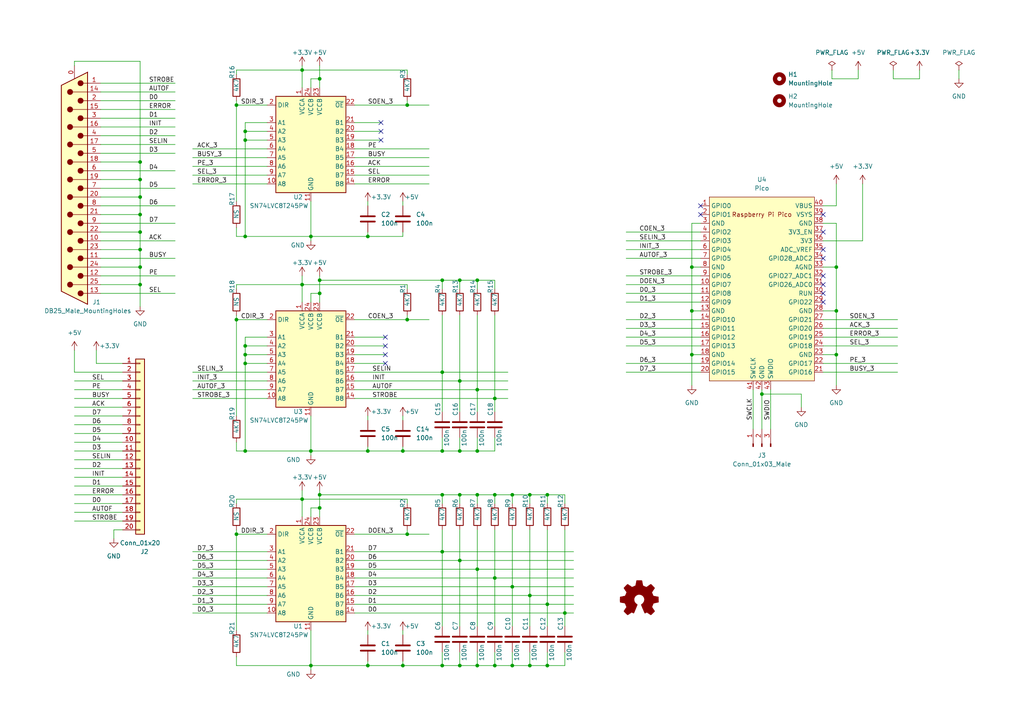
<source format=kicad_sch>
(kicad_sch (version 20211123) (generator eeschema)
  (paper "A4")
  (junction (at 92.71 147.32))
  (junction (at 128.27 193.04))
  (junction (at 116.84 130.81))
  (junction (at 242.57 102.87))
  (junction (at 106.68 130.81))
  (junction (at 158.75 193.04))
  (junction (at 200.66 77.47))
  (junction (at 133.35 162.56))
  (junction (at 143.51 143.51))
  (junction (at 163.83 177.8))
  (junction (at 133.35 110.49))
  (junction (at 153.67 143.51))
  (junction (at 138.43 113.03))
  (junction (at 71.12 105.41))
  (junction (at 106.68 193.04))
  (junction (at 87.63 20.32))
  (junction (at 68.58 30.48))
  (junction (at 133.35 130.81))
  (junction (at 92.71 22.86))
  (junction (at 68.58 154.94))
  (junction (at 90.17 130.81))
  (junction (at 133.35 81.28))
  (junction (at 220.98 114.3))
  (junction (at 40.64 46.99))
  (junction (at 242.57 90.17))
  (junction (at 116.84 193.04))
  (junction (at 90.17 193.04))
  (junction (at 68.58 92.71))
  (junction (at 87.63 144.78))
  (junction (at 138.43 130.81))
  (junction (at 128.27 160.02))
  (junction (at 40.64 82.55))
  (junction (at 71.12 68.58))
  (junction (at 143.51 167.64))
  (junction (at 138.43 165.1))
  (junction (at 138.43 81.28))
  (junction (at 71.12 40.64))
  (junction (at 128.27 81.28))
  (junction (at 158.75 175.26))
  (junction (at 92.71 143.51))
  (junction (at 153.67 172.72))
  (junction (at 128.27 107.95))
  (junction (at 133.35 193.04))
  (junction (at 153.67 193.04))
  (junction (at 71.12 38.1))
  (junction (at 71.12 130.81))
  (junction (at 118.11 154.94))
  (junction (at 40.64 72.39))
  (junction (at 71.12 102.87))
  (junction (at 133.35 143.51))
  (junction (at 242.57 77.47))
  (junction (at 138.43 193.04))
  (junction (at 40.64 77.47))
  (junction (at 87.63 82.55))
  (junction (at 148.59 193.04))
  (junction (at 158.75 143.51))
  (junction (at 200.66 90.17))
  (junction (at 71.12 100.33))
  (junction (at 92.71 81.28))
  (junction (at 138.43 143.51))
  (junction (at 90.17 68.58))
  (junction (at 106.68 68.58))
  (junction (at 128.27 143.51))
  (junction (at 92.71 85.09))
  (junction (at 143.51 193.04))
  (junction (at 40.64 67.31))
  (junction (at 148.59 170.18))
  (junction (at 143.51 115.57))
  (junction (at 118.11 30.48))
  (junction (at 118.11 92.71))
  (junction (at 128.27 130.81))
  (junction (at 40.64 52.07))
  (junction (at 40.64 62.23))
  (junction (at 148.59 143.51))
  (junction (at 40.64 57.15))
  (junction (at 200.66 102.87))
  (no_connect (at 110.49 35.56))
  (no_connect (at 238.76 67.31))
  (no_connect (at 238.76 72.39))
  (no_connect (at 111.76 97.79))
  (no_connect (at 203.2 62.23))
  (no_connect (at 203.2 59.69))
  (no_connect (at 111.76 105.41))
  (no_connect (at 111.76 100.33))
  (no_connect (at 238.76 74.93))
  (no_connect (at 238.76 62.23))
  (no_connect (at 238.76 87.63))
  (no_connect (at 238.76 82.55))
  (no_connect (at 110.49 40.64))
  (no_connect (at 111.76 102.87))
  (no_connect (at 110.49 38.1))
  (no_connect (at 238.76 85.09))
  (no_connect (at 238.76 80.01))
  (wire (pts (xy 158.75 143.51) (xy 163.83 143.51)))
  (wire (pts (xy 102.87 154.94) (xy 118.11 154.94)))
  (wire (pts (xy 102.87 110.49) (xy 133.35 110.49)))
  (wire (pts (xy 29.21 24.13) (xy 50.8 24.13)))
  (wire (pts (xy 55.88 177.8) (xy 77.47 177.8)))
  (wire (pts (xy 153.67 143.51) (xy 153.67 146.05)))
  (wire (pts (xy 128.27 189.23) (xy 128.27 193.04)))
  (wire (pts (xy 138.43 143.51) (xy 138.43 146.05)))
  (wire (pts (xy 55.88 115.57) (xy 77.47 115.57)))
  (wire (pts (xy 102.87 170.18) (xy 148.59 170.18)))
  (wire (pts (xy 238.76 59.69) (xy 242.57 59.69)))
  (wire (pts (xy 87.63 144.78) (xy 87.63 149.86)))
  (wire (pts (xy 153.67 172.72) (xy 166.37 172.72)))
  (wire (pts (xy 242.57 111.76) (xy 242.57 102.87)))
  (wire (pts (xy 133.35 162.56) (xy 166.37 162.56)))
  (wire (pts (xy 40.64 46.99) (xy 40.64 17.78)))
  (wire (pts (xy 102.87 177.8) (xy 163.83 177.8)))
  (wire (pts (xy 138.43 81.28) (xy 138.43 83.82)))
  (wire (pts (xy 55.88 165.1) (xy 77.47 165.1)))
  (wire (pts (xy 143.51 143.51) (xy 143.51 146.05)))
  (wire (pts (xy 29.21 41.91) (xy 50.8 41.91)))
  (wire (pts (xy 158.75 153.67) (xy 158.75 175.26)))
  (wire (pts (xy 128.27 143.51) (xy 133.35 143.51)))
  (wire (pts (xy 133.35 153.67) (xy 133.35 162.56)))
  (wire (pts (xy 138.43 130.81) (xy 143.51 130.81)))
  (wire (pts (xy 133.35 130.81) (xy 138.43 130.81)))
  (wire (pts (xy 29.21 64.77) (xy 50.8 64.77)))
  (wire (pts (xy 29.21 69.85) (xy 50.8 69.85)))
  (wire (pts (xy 133.35 81.28) (xy 138.43 81.28)))
  (wire (pts (xy 241.3 20.32) (xy 241.3 22.86)))
  (wire (pts (xy 21.59 101.6) (xy 21.59 107.95)))
  (wire (pts (xy 133.35 143.51) (xy 138.43 143.51)))
  (wire (pts (xy 90.17 130.81) (xy 71.12 130.81)))
  (wire (pts (xy 102.87 172.72) (xy 153.67 172.72)))
  (wire (pts (xy 55.88 170.18) (xy 77.47 170.18)))
  (wire (pts (xy 92.71 143.51) (xy 128.27 143.51)))
  (wire (pts (xy 238.76 97.79) (xy 260.35 97.79)))
  (wire (pts (xy 200.66 77.47) (xy 200.66 64.77)))
  (wire (pts (xy 238.76 77.47) (xy 242.57 77.47)))
  (wire (pts (xy 163.83 177.8) (xy 163.83 181.61)))
  (wire (pts (xy 128.27 107.95) (xy 147.32 107.95)))
  (wire (pts (xy 40.64 77.47) (xy 40.64 82.55)))
  (wire (pts (xy 68.58 20.32) (xy 87.63 20.32)))
  (wire (pts (xy 55.88 107.95) (xy 77.47 107.95)))
  (wire (pts (xy 158.75 189.23) (xy 158.75 193.04)))
  (wire (pts (xy 153.67 143.51) (xy 158.75 143.51)))
  (wire (pts (xy 181.61 72.39) (xy 203.2 72.39)))
  (wire (pts (xy 102.87 97.79) (xy 111.76 97.79)))
  (wire (pts (xy 128.27 143.51) (xy 128.27 146.05)))
  (wire (pts (xy 128.27 153.67) (xy 128.27 160.02)))
  (wire (pts (xy 116.84 193.04) (xy 116.84 191.77)))
  (wire (pts (xy 29.21 44.45) (xy 50.8 44.45)))
  (wire (pts (xy 148.59 143.51) (xy 153.67 143.51)))
  (wire (pts (xy 138.43 143.51) (xy 143.51 143.51)))
  (wire (pts (xy 33.02 153.67) (xy 35.56 153.67)))
  (wire (pts (xy 102.87 30.48) (xy 118.11 30.48)))
  (wire (pts (xy 68.58 92.71) (xy 77.47 92.71)))
  (wire (pts (xy 116.84 68.58) (xy 116.84 67.31)))
  (wire (pts (xy 29.21 72.39) (xy 40.64 72.39)))
  (wire (pts (xy 87.63 19.05) (xy 87.63 20.32)))
  (wire (pts (xy 55.88 160.02) (xy 77.47 160.02)))
  (wire (pts (xy 133.35 110.49) (xy 147.32 110.49)))
  (wire (pts (xy 238.76 92.71) (xy 260.35 92.71)))
  (wire (pts (xy 200.66 90.17) (xy 203.2 90.17)))
  (wire (pts (xy 181.61 105.41) (xy 203.2 105.41)))
  (wire (pts (xy 92.71 80.01) (xy 92.71 81.28)))
  (wire (pts (xy 29.21 26.67) (xy 50.8 26.67)))
  (wire (pts (xy 92.71 142.24) (xy 92.71 143.51)))
  (wire (pts (xy 90.17 193.04) (xy 90.17 194.31)))
  (wire (pts (xy 68.58 66.04) (xy 68.58 68.58)))
  (wire (pts (xy 29.21 52.07) (xy 40.64 52.07)))
  (wire (pts (xy 87.63 82.55) (xy 118.11 82.55)))
  (wire (pts (xy 71.12 102.87) (xy 71.12 105.41)))
  (wire (pts (xy 158.75 193.04) (xy 163.83 193.04)))
  (wire (pts (xy 27.94 105.41) (xy 35.56 105.41)))
  (wire (pts (xy 102.87 113.03) (xy 138.43 113.03)))
  (wire (pts (xy 71.12 100.33) (xy 71.12 102.87)))
  (wire (pts (xy 138.43 165.1) (xy 166.37 165.1)))
  (wire (pts (xy 102.87 167.64) (xy 143.51 167.64)))
  (wire (pts (xy 102.87 115.57) (xy 143.51 115.57)))
  (wire (pts (xy 181.61 92.71) (xy 203.2 92.71)))
  (wire (pts (xy 90.17 130.81) (xy 106.68 130.81)))
  (wire (pts (xy 242.57 102.87) (xy 238.76 102.87)))
  (wire (pts (xy 148.59 170.18) (xy 148.59 181.61)))
  (wire (pts (xy 21.59 118.11) (xy 35.56 118.11)))
  (wire (pts (xy 21.59 140.97) (xy 35.56 140.97)))
  (wire (pts (xy 90.17 130.81) (xy 90.17 132.08)))
  (wire (pts (xy 102.87 100.33) (xy 111.76 100.33)))
  (wire (pts (xy 68.58 91.44) (xy 68.58 92.71)))
  (wire (pts (xy 29.21 31.75) (xy 50.8 31.75)))
  (wire (pts (xy 102.87 40.64) (xy 110.49 40.64)))
  (wire (pts (xy 116.84 193.04) (xy 128.27 193.04)))
  (wire (pts (xy 181.61 74.93) (xy 203.2 74.93)))
  (wire (pts (xy 71.12 100.33) (xy 77.47 100.33)))
  (wire (pts (xy 153.67 193.04) (xy 158.75 193.04)))
  (wire (pts (xy 116.84 130.81) (xy 116.84 129.54)))
  (wire (pts (xy 71.12 35.56) (xy 77.47 35.56)))
  (wire (pts (xy 71.12 38.1) (xy 77.47 38.1)))
  (wire (pts (xy 68.58 30.48) (xy 77.47 30.48)))
  (wire (pts (xy 259.08 20.32) (xy 259.08 22.86)))
  (wire (pts (xy 203.2 102.87) (xy 200.66 102.87)))
  (wire (pts (xy 133.35 91.44) (xy 133.35 110.49)))
  (wire (pts (xy 181.61 97.79) (xy 203.2 97.79)))
  (wire (pts (xy 68.58 68.58) (xy 71.12 68.58)))
  (wire (pts (xy 133.35 143.51) (xy 133.35 146.05)))
  (wire (pts (xy 29.21 39.37) (xy 50.8 39.37)))
  (wire (pts (xy 71.12 105.41) (xy 77.47 105.41)))
  (wire (pts (xy 92.71 147.32) (xy 92.71 149.86)))
  (wire (pts (xy 55.88 175.26) (xy 77.47 175.26)))
  (wire (pts (xy 220.98 114.3) (xy 232.41 114.3)))
  (wire (pts (xy 55.88 110.49) (xy 77.47 110.49)))
  (wire (pts (xy 87.63 144.78) (xy 118.11 144.78)))
  (wire (pts (xy 181.61 87.63) (xy 203.2 87.63)))
  (wire (pts (xy 106.68 193.04) (xy 116.84 193.04)))
  (wire (pts (xy 143.51 153.67) (xy 143.51 167.64)))
  (wire (pts (xy 181.61 100.33) (xy 203.2 100.33)))
  (wire (pts (xy 29.21 36.83) (xy 50.8 36.83)))
  (wire (pts (xy 106.68 68.58) (xy 116.84 68.58)))
  (wire (pts (xy 143.51 189.23) (xy 143.51 193.04)))
  (wire (pts (xy 21.59 130.81) (xy 35.56 130.81)))
  (wire (pts (xy 90.17 58.42) (xy 90.17 68.58)))
  (wire (pts (xy 242.57 77.47) (xy 242.57 90.17)))
  (wire (pts (xy 102.87 53.34) (xy 124.46 53.34)))
  (wire (pts (xy 92.71 81.28) (xy 128.27 81.28)))
  (wire (pts (xy 181.61 107.95) (xy 203.2 107.95)))
  (wire (pts (xy 242.57 102.87) (xy 242.57 90.17)))
  (wire (pts (xy 71.12 68.58) (xy 71.12 40.64)))
  (wire (pts (xy 181.61 69.85) (xy 203.2 69.85)))
  (wire (pts (xy 158.75 175.26) (xy 158.75 181.61)))
  (wire (pts (xy 40.64 17.78) (xy 21.59 17.78)))
  (wire (pts (xy 128.27 160.02) (xy 128.27 181.61)))
  (wire (pts (xy 90.17 22.86) (xy 90.17 25.4)))
  (wire (pts (xy 102.87 45.72) (xy 124.46 45.72)))
  (wire (pts (xy 133.35 162.56) (xy 133.35 181.61)))
  (wire (pts (xy 118.11 154.94) (xy 124.46 154.94)))
  (wire (pts (xy 71.12 38.1) (xy 71.12 40.64)))
  (wire (pts (xy 148.59 153.67) (xy 148.59 170.18)))
  (wire (pts (xy 106.68 182.88) (xy 106.68 184.15)))
  (wire (pts (xy 40.64 72.39) (xy 40.64 77.47)))
  (wire (pts (xy 29.21 49.53) (xy 50.8 49.53)))
  (wire (pts (xy 238.76 100.33) (xy 260.35 100.33)))
  (wire (pts (xy 55.88 43.18) (xy 77.47 43.18)))
  (wire (pts (xy 21.59 138.43) (xy 35.56 138.43)))
  (wire (pts (xy 68.58 154.94) (xy 68.58 182.88)))
  (wire (pts (xy 21.59 133.35) (xy 35.56 133.35)))
  (wire (pts (xy 55.88 113.03) (xy 77.47 113.03)))
  (wire (pts (xy 68.58 30.48) (xy 68.58 58.42)))
  (wire (pts (xy 200.66 64.77) (xy 203.2 64.77)))
  (wire (pts (xy 128.27 127) (xy 128.27 130.81)))
  (wire (pts (xy 116.84 182.88) (xy 116.84 184.15)))
  (wire (pts (xy 102.87 165.1) (xy 138.43 165.1)))
  (wire (pts (xy 102.87 102.87) (xy 111.76 102.87)))
  (wire (pts (xy 29.21 74.93) (xy 50.8 74.93)))
  (wire (pts (xy 68.58 130.81) (xy 71.12 130.81)))
  (wire (pts (xy 200.66 102.87) (xy 200.66 111.76)))
  (wire (pts (xy 106.68 68.58) (xy 106.68 67.31)))
  (wire (pts (xy 106.68 120.65) (xy 106.68 121.92)))
  (wire (pts (xy 71.12 97.79) (xy 77.47 97.79)))
  (wire (pts (xy 55.88 48.26) (xy 77.47 48.26)))
  (wire (pts (xy 29.21 80.01) (xy 50.8 80.01)))
  (wire (pts (xy 102.87 175.26) (xy 158.75 175.26)))
  (wire (pts (xy 181.61 82.55) (xy 203.2 82.55)))
  (wire (pts (xy 118.11 91.44) (xy 118.11 92.71)))
  (wire (pts (xy 68.58 21.59) (xy 68.58 20.32)))
  (wire (pts (xy 133.35 119.38) (xy 133.35 110.49)))
  (wire (pts (xy 128.27 130.81) (xy 133.35 130.81)))
  (wire (pts (xy 143.51 91.44) (xy 143.51 115.57)))
  (wire (pts (xy 68.58 82.55) (xy 87.63 82.55)))
  (wire (pts (xy 116.84 58.42) (xy 116.84 59.69)))
  (wire (pts (xy 102.87 50.8) (xy 124.46 50.8)))
  (wire (pts (xy 138.43 193.04) (xy 143.51 193.04)))
  (wire (pts (xy 90.17 147.32) (xy 90.17 149.86)))
  (wire (pts (xy 242.57 90.17) (xy 238.76 90.17)))
  (wire (pts (xy 55.88 53.34) (xy 77.47 53.34)))
  (wire (pts (xy 118.11 92.71) (xy 124.46 92.71)))
  (wire (pts (xy 21.59 143.51) (xy 35.56 143.51)))
  (wire (pts (xy 238.76 105.41) (xy 260.35 105.41)))
  (wire (pts (xy 143.51 143.51) (xy 148.59 143.51)))
  (wire (pts (xy 238.76 69.85) (xy 250.19 69.85)))
  (wire (pts (xy 102.87 48.26) (xy 124.46 48.26)))
  (wire (pts (xy 40.64 46.99) (xy 40.64 52.07)))
  (wire (pts (xy 148.59 170.18) (xy 166.37 170.18)))
  (wire (pts (xy 87.63 20.32) (xy 87.63 25.4)))
  (wire (pts (xy 163.83 153.67) (xy 163.83 177.8)))
  (wire (pts (xy 278.13 20.32) (xy 278.13 22.86)))
  (wire (pts (xy 68.58 153.67) (xy 68.58 154.94)))
  (wire (pts (xy 200.66 77.47) (xy 203.2 77.47)))
  (wire (pts (xy 21.59 120.65) (xy 35.56 120.65)))
  (wire (pts (xy 29.21 34.29) (xy 50.8 34.29)))
  (wire (pts (xy 68.58 144.78) (xy 68.58 146.05)))
  (wire (pts (xy 242.57 64.77) (xy 242.57 77.47)))
  (wire (pts (xy 250.19 53.34) (xy 250.19 69.85)))
  (wire (pts (xy 143.51 81.28) (xy 143.51 83.82)))
  (wire (pts (xy 238.76 95.25) (xy 260.35 95.25)))
  (wire (pts (xy 71.12 105.41) (xy 71.12 130.81)))
  (wire (pts (xy 223.52 113.03) (xy 223.52 124.46)))
  (wire (pts (xy 106.68 58.42) (xy 106.68 59.69)))
  (wire (pts (xy 92.71 22.86) (xy 92.71 25.4)))
  (wire (pts (xy 128.27 193.04) (xy 133.35 193.04)))
  (wire (pts (xy 181.61 85.09) (xy 203.2 85.09)))
  (wire (pts (xy 21.59 135.89) (xy 35.56 135.89)))
  (wire (pts (xy 29.21 57.15) (xy 40.64 57.15)))
  (wire (pts (xy 27.94 101.6) (xy 27.94 105.41)))
  (wire (pts (xy 55.88 172.72) (xy 77.47 172.72)))
  (wire (pts (xy 71.12 97.79) (xy 71.12 100.33)))
  (wire (pts (xy 143.51 167.64) (xy 166.37 167.64)))
  (wire (pts (xy 143.51 127) (xy 143.51 130.81)))
  (wire (pts (xy 143.51 115.57) (xy 143.51 119.38)))
  (wire (pts (xy 55.88 50.8) (xy 77.47 50.8)))
  (wire (pts (xy 242.57 53.34) (xy 242.57 59.69)))
  (wire (pts (xy 92.71 22.86) (xy 90.17 22.86)))
  (wire (pts (xy 118.11 82.55) (xy 118.11 83.82)))
  (wire (pts (xy 118.11 29.21) (xy 118.11 30.48)))
  (wire (pts (xy 163.83 143.51) (xy 163.83 146.05)))
  (wire (pts (xy 128.27 107.95) (xy 128.27 119.38)))
  (wire (pts (xy 143.51 167.64) (xy 143.51 181.61)))
  (wire (pts (xy 143.51 193.04) (xy 148.59 193.04)))
  (wire (pts (xy 138.43 189.23) (xy 138.43 193.04)))
  (wire (pts (xy 133.35 127) (xy 133.35 130.81)))
  (wire (pts (xy 90.17 182.88) (xy 90.17 193.04)))
  (wire (pts (xy 21.59 146.05) (xy 35.56 146.05)))
  (wire (pts (xy 29.21 67.31) (xy 40.64 67.31)))
  (wire (pts (xy 68.58 128.27) (xy 68.58 130.81)))
  (wire (pts (xy 29.21 54.61) (xy 50.8 54.61)))
  (wire (pts (xy 259.08 22.86) (xy 266.7 22.86)))
  (wire (pts (xy 163.83 177.8) (xy 166.37 177.8)))
  (wire (pts (xy 21.59 107.95) (xy 35.56 107.95)))
  (wire (pts (xy 87.63 82.55) (xy 87.63 87.63)))
  (wire (pts (xy 40.64 62.23) (xy 40.64 67.31)))
  (wire (pts (xy 116.84 130.81) (xy 128.27 130.81)))
  (wire (pts (xy 21.59 123.19) (xy 35.56 123.19)))
  (wire (pts (xy 102.87 92.71) (xy 118.11 92.71)))
  (wire (pts (xy 106.68 130.81) (xy 106.68 129.54)))
  (wire (pts (xy 55.88 167.64) (xy 77.47 167.64)))
  (wire (pts (xy 40.64 57.15) (xy 40.64 62.23)))
  (wire (pts (xy 68.58 154.94) (xy 77.47 154.94)))
  (wire (pts (xy 21.59 115.57) (xy 35.56 115.57)))
  (wire (pts (xy 68.58 92.71) (xy 68.58 120.65)))
  (wire (pts (xy 40.64 52.07) (xy 40.64 57.15)))
  (wire (pts (xy 87.63 144.78) (xy 68.58 144.78)))
  (wire (pts (xy 133.35 193.04) (xy 138.43 193.04)))
  (wire (pts (xy 143.51 115.57) (xy 147.32 115.57)))
  (wire (pts (xy 92.71 147.32) (xy 90.17 147.32)))
  (wire (pts (xy 21.59 128.27) (xy 35.56 128.27)))
  (wire (pts (xy 138.43 113.03) (xy 138.43 119.38)))
  (wire (pts (xy 68.58 193.04) (xy 90.17 193.04)))
  (wire (pts (xy 138.43 91.44) (xy 138.43 113.03)))
  (wire (pts (xy 92.71 19.05) (xy 92.71 22.86)))
  (wire (pts (xy 71.12 35.56) (xy 71.12 38.1)))
  (wire (pts (xy 90.17 120.65) (xy 90.17 130.81)))
  (wire (pts (xy 153.67 189.23) (xy 153.67 193.04)))
  (wire (pts (xy 102.87 43.18) (xy 124.46 43.18)))
  (wire (pts (xy 148.59 193.04) (xy 153.67 193.04)))
  (wire (pts (xy 181.61 95.25) (xy 203.2 95.25)))
  (wire (pts (xy 138.43 165.1) (xy 138.43 181.61)))
  (wire (pts (xy 40.64 82.55) (xy 40.64 88.9)))
  (wire (pts (xy 158.75 175.26) (xy 166.37 175.26)))
  (wire (pts (xy 102.87 162.56) (xy 133.35 162.56)))
  (wire (pts (xy 128.27 91.44) (xy 128.27 107.95)))
  (wire (pts (xy 118.11 21.59) (xy 118.11 20.32)))
  (wire (pts (xy 138.43 113.03) (xy 147.32 113.03)))
  (wire (pts (xy 21.59 113.03) (xy 35.56 113.03)))
  (wire (pts (xy 29.21 46.99) (xy 40.64 46.99)))
  (wire (pts (xy 29.21 85.09) (xy 50.8 85.09)))
  (wire (pts (xy 102.87 105.41) (xy 111.76 105.41)))
  (wire (pts (xy 153.67 153.67) (xy 153.67 172.72)))
  (wire (pts (xy 266.7 22.86) (xy 266.7 20.32)))
  (wire (pts (xy 133.35 81.28) (xy 133.35 83.82)))
  (wire (pts (xy 158.75 143.51) (xy 158.75 146.05)))
  (wire (pts (xy 29.21 62.23) (xy 40.64 62.23)))
  (wire (pts (xy 133.35 189.23) (xy 133.35 193.04)))
  (wire (pts (xy 68.58 82.55) (xy 68.58 83.82)))
  (wire (pts (xy 116.84 120.65) (xy 116.84 121.92)))
  (wire (pts (xy 218.44 113.03) (xy 218.44 124.46)))
  (wire (pts (xy 153.67 181.61) (xy 153.67 172.72)))
  (wire (pts (xy 29.21 29.21) (xy 50.8 29.21)))
  (wire (pts (xy 29.21 82.55) (xy 40.64 82.55)))
  (wire (pts (xy 21.59 148.59) (xy 35.56 148.59)))
  (wire (pts (xy 118.11 144.78) (xy 118.11 146.05)))
  (wire (pts (xy 220.98 114.3) (xy 220.98 124.46)))
  (wire (pts (xy 138.43 127) (xy 138.43 130.81)))
  (wire (pts (xy 87.63 80.01) (xy 87.63 82.55)))
  (wire (pts (xy 68.58 190.5) (xy 68.58 193.04)))
  (wire (pts (xy 87.63 142.24) (xy 87.63 144.78)))
  (wire (pts (xy 90.17 193.04) (xy 106.68 193.04)))
  (wire (pts (xy 232.41 114.3) (xy 232.41 118.11)))
  (wire (pts (xy 128.27 81.28) (xy 128.27 83.82)))
  (wire (pts (xy 106.68 193.04) (xy 106.68 191.77)))
  (wire (pts (xy 128.27 160.02) (xy 166.37 160.02)))
  (wire (pts (xy 55.88 162.56) (xy 77.47 162.56)))
  (wire (pts (xy 21.59 17.78) (xy 21.59 19.05)))
  (wire (pts (xy 55.88 45.72) (xy 77.47 45.72)))
  (wire (pts (xy 118.11 153.67) (xy 118.11 154.94)))
  (wire (pts (xy 138.43 81.28) (xy 143.51 81.28)))
  (wire (pts (xy 92.71 85.09) (xy 90.17 85.09)))
  (wire (pts (xy 92.71 143.51) (xy 92.71 147.32)))
  (wire (pts (xy 90.17 85.09) (xy 90.17 87.63)))
  (wire (pts (xy 29.21 77.47) (xy 40.64 77.47)))
  (wire (pts (xy 220.98 113.03) (xy 220.98 114.3)))
  (wire (pts (xy 181.61 67.31) (xy 203.2 67.31)))
  (wire (pts (xy 102.87 38.1) (xy 110.49 38.1)))
  (wire (pts (xy 118.11 30.48) (xy 124.46 30.48)))
  (wire (pts (xy 148.59 189.23) (xy 148.59 193.04)))
  (wire (pts (xy 138.43 153.67) (xy 138.43 165.1)))
  (wire (pts (xy 33.02 153.67) (xy 33.02 156.21)))
  (wire (pts (xy 200.66 102.87) (xy 200.66 90.17)))
  (wire (pts (xy 21.59 110.49) (xy 35.56 110.49)))
  (wire (pts (xy 128.27 81.28) (xy 133.35 81.28)))
  (wire (pts (xy 102.87 35.56) (xy 110.49 35.56)))
  (wire (pts (xy 148.59 143.51) (xy 148.59 146.05)))
  (wire (pts (xy 71.12 102.87) (xy 77.47 102.87)))
  (wire (pts (xy 238.76 107.95) (xy 260.35 107.95)))
  (wire (pts (xy 90.17 68.58) (xy 106.68 68.58)))
  (wire (pts (xy 238.76 64.77) (xy 242.57 64.77)))
  (wire (pts (xy 92.71 85.09) (xy 92.71 87.63)))
  (wire (pts (xy 87.63 20.32) (xy 118.11 20.32)))
  (wire (pts (xy 21.59 151.13) (xy 35.56 151.13)))
  (wire (pts (xy 92.71 81.28) (xy 92.71 85.09)))
  (wire (pts (xy 21.59 125.73) (xy 35.56 125.73)))
  (wire (pts (xy 68.58 29.21) (xy 68.58 30.48)))
  (wire (pts (xy 181.61 80.01) (xy 203.2 80.01)))
  (wire (pts (xy 90.17 68.58) (xy 90.17 69.85)))
  (wire (pts (xy 102.87 107.95) (xy 128.27 107.95)))
  (wire (pts (xy 248.92 22.86) (xy 248.92 20.32)))
  (wire (pts (xy 29.21 59.69) (xy 50.8 59.69)))
  (wire (pts (xy 90.17 68.58) (xy 71.12 68.58)))
  (wire (pts (xy 71.12 40.64) (xy 77.47 40.64)))
  (wire (pts (xy 163.83 193.04) (xy 163.83 189.23)))
  (wire (pts (xy 241.3 22.86) (xy 248.92 22.86)))
  (wire (pts (xy 106.68 130.81) (xy 116.84 130.81)))
  (wire (pts (xy 200.66 90.17) (xy 200.66 77.47)))
  (wire (pts (xy 40.64 67.31) (xy 40.64 72.39)))
  (wire (pts (xy 102.87 160.02) (xy 128.27 160.02)))
  (label "BUSY_3" (at 57.15 45.72 0))
  (label "COEN_3" (at 106.68 92.71 0))
  (label "STROBE" (at 26.67 151.13 0))
  (label "STROBE_3" (at 185.42 80.01 0))
  (label "D7" (at 26.67 120.65 0))
  (label "SELIN_3" (at 57.15 107.95 0))
  (label "SEL" (at 26.67 110.49 0))
  (label "BUSY" (at 106.68 45.72 0))
  (label "AUTOF" (at 43.18 26.67 0))
  (label "D5_3" (at 57.15 165.1 0))
  (label "D2" (at 26.67 135.89 0))
  (label "D3" (at 106.68 170.18 0))
  (label "D7_3" (at 57.15 160.02 0))
  (label "PE_3" (at 57.15 48.26 0))
  (label "D5_3" (at 185.42 100.33 0))
  (label "ERROR_3" (at 246.38 97.79 0))
  (label "INIT" (at 26.67 138.43 0))
  (label "STROBE_3" (at 57.15 115.57 0))
  (label "AUTOF_3" (at 185.42 74.93 0))
  (label "AUTOF" (at 26.67 148.59 0))
  (label "D1" (at 26.67 140.97 0))
  (label "D0" (at 26.67 146.05 0))
  (label "D3_3" (at 185.42 95.25 0))
  (label "D2" (at 106.68 172.72 0))
  (label "D4_3" (at 185.42 97.79 0))
  (label "SEL_3" (at 246.38 100.33 0))
  (label "BUSY_3" (at 246.38 107.95 0))
  (label "DOEN_3" (at 106.68 154.94 0))
  (label "SEL" (at 43.18 85.09 0))
  (label "SELIN" (at 43.18 41.91 0))
  (label "D1_3" (at 57.15 175.26 0))
  (label "D4" (at 106.68 167.64 0))
  (label "D7" (at 43.1881 64.77 0))
  (label "STROBE" (at 107.95 115.57 0))
  (label "D1_3" (at 185.42 87.63 0))
  (label "INIT" (at 43.18 36.83 0))
  (label "COEN_3" (at 185.42 67.31 0))
  (label "SDIR_3" (at 69.85 30.48 0))
  (label "D3_3" (at 57.15 170.18 0))
  (label "SELIN" (at 26.67 133.35 0))
  (label "D6_3" (at 57.15 162.56 0))
  (label "D3" (at 26.67 130.81 0))
  (label "D0_3" (at 57.15 177.8 0))
  (label "STROBE" (at 43.18 24.13 0))
  (label "D6_3" (at 185.42 105.41 0))
  (label "DOEN_3" (at 185.42 82.55 0))
  (label "ERROR" (at 106.68 53.34 0))
  (label "ERROR" (at 26.67 143.51 0))
  (label "ERROR" (at 43.18 31.75 0))
  (label "D0" (at 43.18 29.21 0))
  (label "PE_3" (at 246.38 105.41 0))
  (label "CDIR_3" (at 69.85 92.71 0))
  (label "D7" (at 106.68 160.02 0))
  (label "D4" (at 26.67 128.27 0))
  (label "D5" (at 26.67 125.73 0))
  (label "BUSY" (at 43.18 74.93 0))
  (label "D4_3" (at 57.15 167.64 0))
  (label "AUTOF" (at 107.95 113.03 0))
  (label "INIT" (at 107.95 110.49 0))
  (label "D5" (at 106.68 165.1 0))
  (label "ACK" (at 43.18 69.85 0))
  (label "INIT_3" (at 57.15 110.49 0))
  (label "D6" (at 26.67 123.19 0))
  (label "PE" (at 106.68 43.18 0))
  (label "SEL" (at 106.68 50.8 0))
  (label "INIT_3" (at 185.42 72.39 0))
  (label "D2" (at 43.18 39.37 0))
  (label "SWCLK" (at 218.44 121.92 90))
  (label "SEL_3" (at 57.15 50.8 0))
  (label "PE" (at 26.67 113.03 0))
  (label "D0" (at 106.68 177.8 0))
  (label "D7_3" (at 185.42 107.95 0))
  (label "ACK_3" (at 246.38 95.25 0))
  (label "DDIR_3" (at 69.85 154.94 0))
  (label "ACK_3" (at 57.15 43.18 0))
  (label "D1" (at 106.68 175.26 0))
  (label "D3" (at 43.18 44.45 0))
  (label "D4" (at 43.18 49.53 0))
  (label "PE" (at 43.18 80.01 0))
  (label "AUTOF_3" (at 57.15 113.03 0))
  (label "SELIN" (at 107.95 107.95 0))
  (label "SOEN_3" (at 246.38 92.71 0))
  (label "ACK" (at 26.67 118.11 0))
  (label "SWDIO" (at 223.52 121.92 90))
  (label "BUSY" (at 26.67 115.57 0))
  (label "ERROR_3" (at 57.15 53.34 0))
  (label "D2_3" (at 57.15 172.72 0))
  (label "SELIN_3" (at 185.42 69.85 0))
  (label "D5" (at 43.18 54.61 0))
  (label "SOEN_3" (at 106.68 30.48 0))
  (label "D0_3" (at 185.42 85.09 0))
  (label "D2_3" (at 185.42 92.71 0))
  (label "D6" (at 106.68 162.56 0))
  (label "ACK" (at 106.68 48.26 0))
  (label "D1" (at 43.18 34.29 0))
  (label "D6" (at 43.18 59.69 0))
  (symbol (lib_id "power:+5V") (at 116.84 182.88 0) (unit 1)
    (property "Reference" "#PWR0112" (effects hide))
    (property "Value" "+5V" (at 119.38 181.61 0))
  )
  (symbol (lib_id "sn74lvc8t245:SN74LVC8T245PW") (at 90.17 102.87 0) (unit 1)
    (property "Reference" "U3" (at 85.09 119.38 0) (effects (justify left)))
    (property "Value" "SN74LVC8T245PW" (at 72.39 121.92 0) (effects (justify left)))
    (property "Footprint" "Package_SO:TSSOP-24_4.4x7.8mm_P0.65mm" (effects hide))
    (property "Datasheet" "https://www.ti.com/lit/ds/sces584c/sces584c.pdf" (effects hide))
  )
  (symbol (lib_id "Device:C") (at 158.75 185.42 0) (unit 1)
    (property "Reference" "C12" (at 157.48 182.88 90) (effects (justify left)))
    (property "Value" "100n" (at 160.02 191.77 90) (effects (justify left)))
    (property "Footprint" "Capacitor_SMD:C_0603_1608Metric_Pad1.08x0.95mm_HandSolder" (effects hide))
  )
  (symbol (lib_id "Device:R") (at 163.83 149.86 0) (unit 1)
    (property "Reference" "R12" (at 162.56 147.32 90) (effects (justify left)))
    (property "Value" "4K7" (at 163.83 151.13 90) (effects (justify left)))
    (property "Footprint" "Resistor_SMD:R_0603_1608Metric_Pad0.98x0.95mm_HandSolder" (effects hide))
  )
  (symbol (lib_id "Device:R") (at 128.27 87.63 0) (unit 1)
    (property "Reference" "R4" (at 127 85.09 90) (effects (justify left)))
    (property "Value" "4K7" (at 128.27 88.9 90) (effects (justify left)))
    (property "Footprint" "Resistor_SMD:R_0603_1608Metric_Pad0.98x0.95mm_HandSolder" (effects hide))
  )
  (symbol (lib_id "Device:R") (at 68.58 149.86 0) (unit 1)
    (property "Reference" "R20" (at 67.31 147.32 90) (effects (justify left)))
    (property "Value" "NS" (at 68.58 151.13 90) (effects (justify left)))
    (property "Footprint" "Resistor_SMD:R_0603_1608Metric_Pad0.98x0.95mm_HandSolder" (effects hide))
  )
  (symbol (lib_id "Device:R") (at 138.43 87.63 0) (unit 1)
    (property "Reference" "R14" (at 137.16 85.09 90) (effects (justify left)))
    (property "Value" "4K7" (at 138.43 88.9 90) (effects (justify left)))
    (property "Footprint" "Resistor_SMD:R_0603_1608Metric_Pad0.98x0.95mm_HandSolder" (effects hide))
  )
  (symbol (lib_id "power:GND") (at 90.17 132.08 0) (unit 1)
    (property "Reference" "#PWR0102" (effects hide))
    (property "Value" "GND" (at 85.09 133.35 0))
  )
  (symbol (lib_id "power:GND") (at 278.13 22.86 0) (unit 1)
    (property "Reference" "#PWR0126" (effects hide))
    (property "Value" "GND" (at 278.13 27.94 0))
  )
  (symbol (lib_id "Device:R") (at 133.35 149.86 0) (unit 1)
    (property "Reference" "R6" (at 132.08 147.32 90) (effects (justify left)))
    (property "Value" "4K7" (at 133.35 151.13 90) (effects (justify left)))
    (property "Footprint" "Resistor_SMD:R_0603_1608Metric_Pad0.98x0.95mm_HandSolder" (effects hide))
  )
  (symbol (lib_id "Device:C") (at 106.68 125.73 0) (unit 1)
    (property "Reference" "C5" (at 110.49 124.4599 0) (effects (justify left)))
    (property "Value" "100n" (at 110.49 126.9999 0) (effects (justify left)))
    (property "Footprint" "Capacitor_SMD:C_0603_1608Metric_Pad1.08x0.95mm_HandSolder" (effects hide))
  )
  (symbol (lib_id "Device:R") (at 143.51 149.86 0) (unit 1)
    (property "Reference" "R8" (at 142.24 147.32 90) (effects (justify left)))
    (property "Value" "4K7" (at 143.51 151.13 90) (effects (justify left)))
    (property "Footprint" "Resistor_SMD:R_0603_1608Metric_Pad0.98x0.95mm_HandSolder" (effects hide))
  )
  (symbol (lib_id "power:+5V") (at 92.71 142.24 0) (unit 1)
    (property "Reference" "#PWR0105" (effects hide))
    (property "Value" "+5V" (at 92.71 138.43 0))
  )
  (symbol (lib_id "power:PWR_FLAG") (at 278.13 20.32 0) (unit 1)
    (property "Reference" "#FLG0103" (effects hide))
    (property "Value" "PWR_FLAG" (at 278.13 15.24 0))
  )
  (symbol (lib_id "Device:C") (at 133.35 185.42 0) (unit 1)
    (property "Reference" "C7" (at 132.08 182.88 90) (effects (justify left)))
    (property "Value" "100n" (at 134.62 191.77 90) (effects (justify left)))
    (property "Footprint" "Capacitor_SMD:C_0603_1608Metric_Pad1.08x0.95mm_HandSolder" (effects hide))
  )
  (symbol (lib_id "Device:C") (at 143.51 123.19 0) (unit 1)
    (property "Reference" "C18" (at 142.24 120.65 90) (effects (justify left)))
    (property "Value" "100n" (at 144.78 129.54 90) (effects (justify left)))
    (property "Footprint" "Capacitor_SMD:C_0603_1608Metric_Pad1.08x0.95mm_HandSolder" (effects hide))
  )
  (symbol (lib_id "Device:R") (at 68.58 186.69 0) (unit 1)
    (property "Reference" "R21" (at 67.31 184.15 90) (effects (justify left)))
    (property "Value" "4K7" (at 68.58 187.96 90) (effects (justify left)))
    (property "Footprint" "Resistor_SMD:R_0603_1608Metric_Pad0.98x0.95mm_HandSolder" (effects hide))
  )
  (symbol (lib_id "Device:R") (at 133.35 87.63 0) (unit 1)
    (property "Reference" "R13" (at 132.08 85.09 90) (effects (justify left)))
    (property "Value" "4K7" (at 133.35 88.9 90) (effects (justify left)))
    (property "Footprint" "Resistor_SMD:R_0603_1608Metric_Pad0.98x0.95mm_HandSolder" (effects hide))
  )
  (symbol (lib_id "power:+5V") (at 21.59 101.6 0) (unit 1)
    (property "Reference" "#PWR0111" (effects hide))
    (property "Value" "+5V" (at 21.59 96.52 0))
  )
  (symbol (lib_id "Device:C") (at 153.67 185.42 0) (unit 1)
    (property "Reference" "C11" (at 152.4 182.88 90) (effects (justify left)))
    (property "Value" "100n" (at 154.94 191.77 90) (effects (justify left)))
    (property "Footprint" "Capacitor_SMD:C_0603_1608Metric_Pad1.08x0.95mm_HandSolder" (effects hide))
  )
  (symbol (lib_id "power:+5V") (at 92.71 19.05 0) (unit 1)
    (property "Reference" "#PWR0108" (effects hide))
    (property "Value" "+5V" (at 92.71 15.24 0))
  )
  (symbol (lib_id "Mechanical:MountingHole") (at 226.06 22.86 0) (unit 1)
    (property "Reference" "H1" (at 228.6 21.5899 0) (effects (justify left)))
    (property "Value" "MountingHole" (at 228.6 24.1299 0) (effects (justify left)))
    (property "Footprint" "MountingHole:MountingHole_2.7mm_M2.5" (effects hide))
  )
  (symbol (lib_id "power:+3.3V") (at 266.7 20.32 0) (unit 1)
    (property "Reference" "#PWR0125" (effects hide))
    (property "Value" "+3.3V" (at 266.7 15.24 0))
  )
  (symbol (lib_id "power:+5V") (at 242.57 53.34 0) (unit 1)
    (property "Reference" "#PWR0119" (effects hide))
    (property "Value" "+5V" (at 242.57 48.26 0))
  )
  (symbol (lib_id "Device:R") (at 128.27 149.86 0) (unit 1)
    (property "Reference" "R5" (at 127 147.32 90) (effects (justify left)))
    (property "Value" "4K7" (at 128.27 151.13 90) (effects (justify left)))
    (property "Footprint" "Resistor_SMD:R_0603_1608Metric_Pad0.98x0.95mm_HandSolder" (effects hide))
  )
  (symbol (lib_id "Device:R") (at 158.75 149.86 0) (unit 1)
    (property "Reference" "R11" (at 157.48 147.32 90) (effects (justify left)))
    (property "Value" "4K7" (at 158.75 151.13 90) (effects (justify left)))
    (property "Footprint" "Resistor_SMD:R_0603_1608Metric_Pad0.98x0.95mm_HandSolder" (effects hide))
  )
  (symbol (lib_id "Device:R") (at 118.11 87.63 0) (unit 1)
    (property "Reference" "R1" (at 116.84 85.09 90) (effects (justify left)))
    (property "Value" "4K7" (at 118.11 88.9 90) (effects (justify left)))
    (property "Footprint" "Resistor_SMD:R_0603_1608Metric_Pad0.98x0.95mm_HandSolder" (effects hide))
  )
  (symbol (lib_id "Device:R") (at 138.43 149.86 0) (unit 1)
    (property "Reference" "R7" (at 137.16 147.32 90) (effects (justify left)))
    (property "Value" "4K7" (at 138.43 151.13 90) (effects (justify left)))
    (property "Footprint" "Resistor_SMD:R_0603_1608Metric_Pad0.98x0.95mm_HandSolder" (effects hide))
  )
  (symbol (lib_id "Device:C") (at 116.84 125.73 0) (unit 1)
    (property "Reference" "C14" (at 120.65 124.4599 0) (effects (justify left)))
    (property "Value" "100n" (at 120.65 126.9999 0) (effects (justify left)))
    (property "Footprint" "Capacitor_SMD:C_0603_1608Metric_Pad1.08x0.95mm_HandSolder" (effects hide))
  )
  (symbol (lib_id "Device:C") (at 148.59 185.42 0) (unit 1)
    (property "Reference" "C10" (at 147.32 182.88 90) (effects (justify left)))
    (property "Value" "100n" (at 149.86 191.77 90) (effects (justify left)))
    (property "Footprint" "Capacitor_SMD:C_0603_1608Metric_Pad1.08x0.95mm_HandSolder" (effects hide))
  )
  (symbol (lib_id "Device:C") (at 133.35 123.19 0) (unit 1)
    (property "Reference" "C16" (at 132.08 120.65 90) (effects (justify left)))
    (property "Value" "100n" (at 134.62 129.54 90) (effects (justify left)))
    (property "Footprint" "Capacitor_SMD:C_0603_1608Metric_Pad1.08x0.95mm_HandSolder" (effects hide))
  )
  (symbol (lib_id "power:GND") (at 90.17 194.31 0) (unit 1)
    (property "Reference" "#PWR0106" (effects hide))
    (property "Value" "GND" (at 85.09 195.58 0))
  )
  (symbol (lib_id "Device:C") (at 116.84 63.5 0) (unit 1)
    (property "Reference" "C4" (at 120.65 62.2299 0) (effects (justify left)))
    (property "Value" "100n" (at 120.65 64.7699 0) (effects (justify left)))
    (property "Footprint" "Capacitor_SMD:C_0603_1608Metric_Pad1.08x0.95mm_HandSolder" (effects hide))
  )
  (symbol (lib_id "Device:C") (at 143.51 185.42 0) (unit 1)
    (property "Reference" "C9" (at 142.24 182.88 90) (effects (justify left)))
    (property "Value" "100n" (at 144.78 191.77 90) (effects (justify left)))
    (property "Footprint" "Capacitor_SMD:C_0603_1608Metric_Pad1.08x0.95mm_HandSolder" (effects hide))
  )
  (symbol (lib_id "Device:C") (at 138.43 123.19 0) (unit 1)
    (property "Reference" "C17" (at 137.16 120.65 90) (effects (justify left)))
    (property "Value" "100n" (at 139.7 129.54 90) (effects (justify left)))
    (property "Footprint" "Capacitor_SMD:C_0603_1608Metric_Pad1.08x0.95mm_HandSolder" (effects hide))
  )
  (symbol (lib_id "Device:C") (at 106.68 63.5 0) (unit 1)
    (property "Reference" "C2" (at 110.49 62.2299 0) (effects (justify left)))
    (property "Value" "100n" (at 110.49 64.7699 0) (effects (justify left)))
    (property "Footprint" "Capacitor_SMD:C_0603_1608Metric_Pad1.08x0.95mm_HandSolder" (effects hide))
  )
  (symbol (lib_id "power:GND") (at 242.57 111.76 0) (unit 1)
    (property "Reference" "#PWR0123" (effects hide))
    (property "Value" "GND" (at 242.57 116.84 0))
  )
  (symbol (lib_id "Device:R") (at 68.58 25.4 0) (unit 1)
    (property "Reference" "R16" (at 67.31 22.86 90) (effects (justify left)))
    (property "Value" "4K7" (at 68.58 26.67 90) (effects (justify left)))
    (property "Footprint" "Resistor_SMD:R_0603_1608Metric_Pad0.98x0.95mm_HandSolder" (effects hide))
  )
  (symbol (lib_id "power:+3.3V") (at 250.19 53.34 0) (unit 1)
    (property "Reference" "#PWR0120" (effects hide))
    (property "Value" "+3.3V" (at 250.19 48.26 0))
  )
  (symbol (lib_id "power:+5V") (at 92.71 80.01 0) (unit 1)
    (property "Reference" "#PWR0127" (effects hide))
    (property "Value" "+5V" (at 92.71 76.2 0))
  )
  (symbol (lib_id "Device:C") (at 106.68 187.96 0) (unit 1)
    (property "Reference" "C1" (at 110.49 186.6899 0) (effects (justify left)))
    (property "Value" "100n" (at 110.49 189.2299 0) (effects (justify left)))
    (property "Footprint" "Capacitor_SMD:C_0603_1608Metric_Pad1.08x0.95mm_HandSolder" (effects hide))
  )
  (symbol (lib_id "power:+3.3V") (at 27.94 101.6 0) (unit 1)
    (property "Reference" "#PWR0110" (effects hide))
    (property "Value" "+3.3V" (at 31.75 100.33 0))
  )
  (symbol (lib_id "power:GND") (at 90.17 69.85 0) (unit 1)
    (property "Reference" "#PWR0109" (effects hide))
    (property "Value" "GND" (at 86.36 71.12 0))
  )
  (symbol (lib_id "power:+3.3V") (at 106.68 120.65 0) (unit 1)
    (property "Reference" "#PWR0116" (effects hide))
    (property "Value" "+3.3V" (at 110.49 119.38 0))
  )
  (symbol (lib_id "Device:R") (at 118.11 149.86 0) (unit 1)
    (property "Reference" "R2" (at 116.84 147.32 90) (effects (justify left)))
    (property "Value" "4K7" (at 118.11 151.13 90) (effects (justify left)))
    (property "Footprint" "Resistor_SMD:R_0603_1608Metric_Pad0.98x0.95mm_HandSolder" (effects hide))
  )
  (symbol (lib_id "Device:R") (at 68.58 87.63 0) (unit 1)
    (property "Reference" "R18" (at 67.31 85.09 90) (effects (justify left)))
    (property "Value" "NS" (at 68.58 88.9 90) (effects (justify left)))
    (property "Footprint" "Resistor_SMD:R_0603_1608Metric_Pad0.98x0.95mm_HandSolder" (effects hide))
  )
  (symbol (lib_id "Device:R") (at 153.67 149.86 0) (unit 1)
    (property "Reference" "R10" (at 152.4 147.32 90) (effects (justify left)))
    (property "Value" "4K7" (at 153.67 151.13 90) (effects (justify left)))
    (property "Footprint" "Resistor_SMD:R_0603_1608Metric_Pad0.98x0.95mm_HandSolder" (effects hide))
  )
  (symbol (lib_id "Device:R") (at 118.11 25.4 0) (unit 1)
    (property "Reference" "R3" (at 116.84 22.86 90) (effects (justify left)))
    (property "Value" "4K7" (at 118.11 26.67 90) (effects (justify left)))
    (property "Footprint" "Resistor_SMD:R_0603_1608Metric_Pad0.98x0.95mm_HandSolder" (effects hide))
  )
  (symbol (lib_id "Device:C") (at 116.84 187.96 0) (unit 1)
    (property "Reference" "C3" (at 120.65 186.6899 0) (effects (justify left)))
    (property "Value" "100n" (at 120.65 189.2299 0) (effects (justify left)))
    (property "Footprint" "Capacitor_SMD:C_0603_1608Metric_Pad1.08x0.95mm_HandSolder" (effects hide))
  )
  (symbol (lib_id "Device:R") (at 143.51 87.63 0) (unit 1)
    (property "Reference" "R15" (at 142.24 85.09 90) (effects (justify left)))
    (property "Value" "4K7" (at 143.51 88.9 90) (effects (justify left)))
    (property "Footprint" "Resistor_SMD:R_0603_1608Metric_Pad0.98x0.95mm_HandSolder" (effects hide))
  )
  (symbol (lib_id "Connector:DB25_Male_MountingHoles") (at 21.59 54.61 180) (unit 1)
    (property "Reference" "J1" (at 29.21 87.63 0) (effects (justify left)))
    (property "Value" "DB25_Male_MountingHoles" (at 38.1 90.17 0) (effects (justify left)))
    (property "Footprint" "Connector_Dsub:DSUB-25_Male_Horizontal_P2.77x2.84mm_EdgePinOffset7.70mm_Housed_MountingHolesOffset9.12mm" (effects hide))
    (property "Datasheet" " ~" (effects hide))
  )
  (symbol (lib_id "power:+3.3V") (at 87.63 142.24 0) (unit 1)
    (property "Reference" "#PWR0104" (effects hide))
    (property "Value" "+3.3V" (at 87.63 138.43 0))
  )
  (symbol (lib_id "Connector:Conn_01x03_Male") (at 220.98 129.54 90) (unit 1)
    (property "Reference" "J3" (at 220.98 132.08 90))
    (property "Value" "Conn_01x03_Male" (at 220.98 134.62 90))
    (property "Footprint" "Connector_PinHeader_2.54mm:PinHeader_1x03_P2.54mm_Vertical" (effects hide))
  )
  (symbol (lib_id "Device:R") (at 68.58 124.46 0) (unit 1)
    (property "Reference" "R19" (at 67.31 121.92 90) (effects (justify left)))
    (property "Value" "4K7" (at 68.58 125.73 90) (effects (justify left)))
    (property "Footprint" "Resistor_SMD:R_0603_1608Metric_Pad0.98x0.95mm_HandSolder" (effects hide))
  )
  (symbol (lib_id "power:+3.3V") (at 87.63 19.05 0) (unit 1)
    (property "Reference" "#PWR0107" (effects hide))
    (property "Value" "+3.3V" (at 87.63 15.24 0))
  )
  (symbol (lib_id "power:PWR_FLAG") (at 259.08 20.32 0) (unit 1)
    (property "Reference" "#FLG0102" (effects hide))
    (property "Value" "PWR_FLAG" (at 259.08 15.24 0))
  )
  (symbol (lib_id "power:GND") (at 33.02 156.21 0) (unit 1)
    (property "Reference" "#PWR0103" (effects hide))
    (property "Value" "GND" (at 33.02 161.29 0))
  )
  (symbol (lib_id "Graphic:Logo_Open_Hardware_Small") (at 185.42 173.99 0) (unit 1)
    (property "Reference" "#LOGO1" (effects hide))
    (property "Value" "Logo_Open_Hardware_Small" (effects hide))
  )
  (symbol (lib_id "power:+3.3V") (at 106.68 58.42 0) (unit 1)
    (property "Reference" "#PWR0114" (effects hide))
    (property "Value" "+3.3V" (at 110.49 57.15 0))
  )
  (symbol (lib_id "power:PWR_FLAG") (at 241.3 20.32 0) (unit 1)
    (property "Reference" "#FLG0101" (effects hide))
    (property "Value" "PWR_FLAG" (at 241.3 15.24 0))
  )
  (symbol (lib_id "Device:C") (at 138.43 185.42 0) (unit 1)
    (property "Reference" "C8" (at 137.16 182.88 90) (effects (justify left)))
    (property "Value" "100n" (at 139.7 191.77 90) (effects (justify left)))
    (property "Footprint" "Capacitor_SMD:C_0603_1608Metric_Pad1.08x0.95mm_HandSolder" (effects hide))
  )
  (symbol (lib_id "power:GND") (at 200.66 111.76 0) (unit 1)
    (property "Reference" "#PWR0121" (effects hide))
    (property "Value" "GND" (at 200.66 116.84 0))
  )
  (symbol (lib_id "Connector_Generic:Conn_01x20") (at 40.64 128.27 0) (unit 1)
    (property "Reference" "J2" (at 41.91 160.02 0))
    (property "Value" "Conn_01x20" (at 40.64 157.48 0))
    (property "Footprint" "Connector_PinHeader_2.54mm:PinHeader_1x20_P2.54mm_Vertical" (effects hide))
  )
  (symbol (lib_id "Device:C") (at 163.83 185.42 0) (unit 1)
    (property "Reference" "C13" (at 162.56 182.88 90) (effects (justify left)))
    (property "Value" "100n" (at 165.1 191.77 90) (effects (justify left)))
    (property "Footprint" "Capacitor_SMD:C_0603_1608Metric_Pad1.08x0.95mm_HandSolder" (effects hide))
  )
  (symbol (lib_id "power:+5V") (at 116.84 120.65 0) (unit 1)
    (property "Reference" "#PWR0117" (effects hide))
    (property "Value" "+5V" (at 119.38 119.38 0))
  )
  (symbol (lib_id "power:+5V") (at 116.84 58.42 0) (unit 1)
    (property "Reference" "#PWR0115" (effects hide))
    (property "Value" "+5V" (at 119.38 57.15 0))
  )
  (symbol (lib_id "sn74lvc8t245:SN74LVC8T245PW") (at 90.17 165.1 0) (unit 1)
    (property "Reference" "U1" (at 85.09 181.61 0) (effects (justify left)))
    (property "Value" "SN74LVC8T245PW" (at 72.39 184.15 0) (effects (justify left)))
    (property "Footprint" "Package_SO:TSSOP-24_4.4x7.8mm_P0.65mm" (effects hide))
    (property "Datasheet" "https://www.ti.com/lit/ds/sces584c/sces584c.pdf" (effects hide))
  )
  (symbol (lib_id "power:GND") (at 40.64 88.9 0) (unit 1)
    (property "Reference" "#PWR0101" (effects hide))
    (property "Value" "GND" (at 40.64 93.98 0))
  )
  (symbol (lib_id "Device:R") (at 68.58 62.23 0) (unit 1)
    (property "Reference" "R17" (at 67.31 59.69 90) (effects (justify left)))
    (property "Value" "NS" (at 68.58 63.5 90) (effects (justify left)))
    (property "Footprint" "Resistor_SMD:R_0603_1608Metric_Pad0.98x0.95mm_HandSolder" (effects hide))
  )
  (symbol (lib_id "Device:C") (at 128.27 185.42 0) (unit 1)
    (property "Reference" "C6" (at 127 182.88 90) (effects (justify left)))
    (property "Value" "100n" (at 129.54 191.77 90) (effects (justify left)))
    (property "Footprint" "Capacitor_SMD:C_0603_1608Metric_Pad1.08x0.95mm_HandSolder" (effects hide))
  )
  (symbol (lib_id "Device:R") (at 148.59 149.86 0) (unit 1)
    (property "Reference" "R9" (at 147.32 147.32 90) (effects (justify left)))
    (property "Value" "4K7" (at 148.59 151.13 90) (effects (justify left)))
    (property "Footprint" "Resistor_SMD:R_0603_1608Metric_Pad0.98x0.95mm_HandSolder" (effects hide))
  )
  (symbol (lib_id "Mechanical:MountingHole") (at 226.06 29.21 0) (unit 1)
    (property "Reference" "H2" (at 228.6 27.9399 0) (effects (justify left)))
    (property "Value" "MountingHole" (at 228.6 30.4799 0) (effects (justify left)))
    (property "Footprint" "MountingHole:MountingHole_2.7mm_M2.5" (effects hide))
  )
  (symbol (lib_id "power:+3.3V") (at 106.68 182.88 0) (unit 1)
    (property "Reference" "#PWR0113" (effects hide))
    (property "Value" "+3.3V" (at 110.49 181.61 0))
  )
  (symbol (lib_id "Raspberry Pico:Pico") (at 220.98 83.82 0) (unit 1)
    (property "Reference" "U4" (at 220.98 52.07 0))
    (property "Value" "Pico" (at 220.98 54.61 0))
    (property "Footprint" "Raspberry Pico:RPi_Pico_SMD_TH" (effects hide))
  )
  (symbol (lib_id "power:+5V") (at 248.92 20.32 0) (unit 1)
    (property "Reference" "#PWR0124" (effects hide))
    (property "Value" "+5V" (at 248.92 15.24 0))
  )
  (symbol (lib_id "power:+3.3V") (at 87.63 80.01 0) (unit 1)
    (property "Reference" "#PWR0118" (effects hide))
    (property "Value" "+3.3V" (at 87.63 76.2 0))
  )
  (symbol (lib_id "power:GND") (at 232.41 118.11 0) (unit 1)
    (property "Reference" "#PWR0122" (effects hide))
    (property "Value" "GND" (at 232.41 123.19 0))
  )
  (symbol (lib_id "sn74lvc8t245:SN74LVC8T245PW") (at 90.17 40.64 0) (unit 1)
    (property "Reference" "U2" (at 85.09 57.15 0) (effects (justify left)))
    (property "Value" "SN74LVC8T245PW" (at 72.39 59.69 0) (effects (justify left)))
    (property "Footprint" "Package_SO:TSSOP-24_4.4x7.8mm_P0.65mm" (effects hide))
    (property "Datasheet" "https://www.ti.com/lit/ds/sces584c/sces584c.pdf" (effects hide))
  )
  (symbol (lib_id "Device:C") (at 128.27 123.19 0) (unit 1)
    (property "Reference" "C15" (at 127 120.65 90) (effects (justify left)))
    (property "Value" "100n" (at 129.54 129.54 90) (effects (justify left)))
    (property "Footprint" "Capacitor_SMD:C_0603_1608Metric_Pad1.08x0.95mm_HandSolder" (effects hide))
  )
)
</source>
